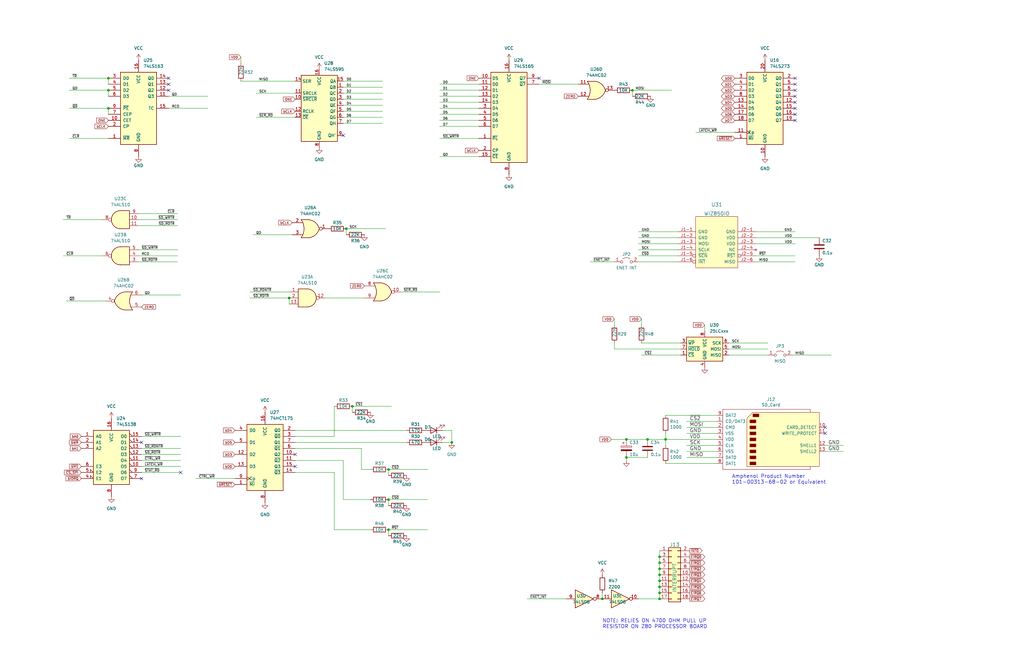
<source format=kicad_sch>
(kicad_sch (version 20211123) (generator eeschema)
  (paper "B")
  (junction (at 278.13 252.73))
  (junction (at 278.13 234.95))
  (junction (at 45.72 38.1))
  (junction (at 278.13 250.19))
  (junction (at 278.13 247.65))
  (junction (at 278.13 237.49))
  (junction (at 278.13 242.57))
  (junction (at 273.05 185.42))
  (junction (at 45.72 33.02))
  (junction (at 146.05 96.52))
  (junction (at 121.92 125.73))
  (junction (at 266.7 38.1))
  (junction (at 45.72 45.72))
  (junction (at 278.13 245.11))
  (junction (at 280.67 185.42))
  (junction (at 264.16 185.42))
  (junction (at 264.16 193.04))
  (junction (at 163.83 223.52))
  (junction (at 163.83 210.82))
  (junction (at 148.59 171.45))
  (junction (at 254 252.73))
  (junction (at 190.5 186.69))
  (junction (at 163.83 198.12))
  (junction (at 278.13 240.03))
  (no_connect (at 144.78 57.15))
  (no_connect (at 59.69 186.69))
  (no_connect (at 335.28 50.8))
  (no_connect (at 76.2 199.39))
  (no_connect (at 71.12 38.1))
  (no_connect (at 335.28 43.18))
  (no_connect (at 335.28 38.1))
  (no_connect (at 227.33 33.02))
  (no_connect (at 71.12 33.02))
  (no_connect (at 347.98 182.88))
  (no_connect (at 335.28 33.02))
  (no_connect (at 335.28 48.26))
  (no_connect (at 124.46 191.77))
  (no_connect (at 335.28 35.56))
  (no_connect (at 347.98 180.34))
  (no_connect (at 335.28 45.72))
  (no_connect (at 59.69 201.93))
  (no_connect (at 71.12 35.56))
  (no_connect (at 124.46 196.85))
  (no_connect (at 335.28 40.64))
  (wire (pts (xy 302.26 187.96) (xy 289.56 187.96)))
  (wire (pts (xy 280.67 175.26) (xy 302.26 175.26)))
  (wire (pts (xy 59.69 199.39) (xy 76.2 199.39)))
  (wire (pts (xy 163.83 223.52) (xy 163.83 226.06)))
  (wire (pts (xy 144.78 41.91) (xy 161.29 41.91)))
  (wire (pts (xy 302.26 190.5) (xy 289.56 190.5)))
  (wire (pts (xy 58.42 107.95) (xy 74.93 107.95)))
  (wire (pts (xy 269.24 107.95) (xy 285.75 107.95)))
  (wire (pts (xy 124.46 199.39) (xy 140.97 199.39)))
  (wire (pts (xy 335.28 102.87) (xy 318.77 102.87)))
  (wire (pts (xy 71.12 45.72) (xy 87.63 45.72)))
  (wire (pts (xy 71.12 40.64) (xy 87.63 40.64)))
  (wire (pts (xy 144.78 210.82) (xy 156.21 210.82)))
  (wire (pts (xy 254 250.19) (xy 254 252.73)))
  (wire (pts (xy 58.42 105.41) (xy 74.93 105.41)))
  (wire (pts (xy 101.6 24.13) (xy 101.6 26.67)))
  (wire (pts (xy 259.08 147.32) (xy 287.02 147.32)))
  (wire (pts (xy 185.42 35.56) (xy 201.93 35.56)))
  (wire (pts (xy 152.4 189.23) (xy 152.4 198.12)))
  (wire (pts (xy 273.05 185.42) (xy 280.67 185.42)))
  (wire (pts (xy 302.26 182.88) (xy 289.56 182.88)))
  (wire (pts (xy 146.05 96.52) (xy 162.56 96.52)))
  (wire (pts (xy 307.34 144.78) (xy 323.85 144.78)))
  (wire (pts (xy 335.28 97.79) (xy 318.77 97.79)))
  (wire (pts (xy 140.97 223.52) (xy 156.21 223.52)))
  (wire (pts (xy 163.83 198.12) (xy 163.83 200.66)))
  (wire (pts (xy 302.26 180.34) (xy 289.56 180.34)))
  (wire (pts (xy 163.83 210.82) (xy 163.83 213.36)))
  (wire (pts (xy 144.78 44.45) (xy 161.29 44.45)))
  (wire (pts (xy 59.69 184.15) (xy 76.2 184.15)))
  (wire (pts (xy 43.18 92.71) (xy 26.67 92.71)))
  (wire (pts (xy 186.69 186.69) (xy 190.5 186.69)))
  (wire (pts (xy 163.83 210.82) (xy 180.34 210.82)))
  (wire (pts (xy 144.78 39.37) (xy 161.29 39.37)))
  (wire (pts (xy 146.05 96.52) (xy 146.05 99.06)))
  (wire (pts (xy 144.78 36.83) (xy 161.29 36.83)))
  (wire (pts (xy 144.78 46.99) (xy 161.29 46.99)))
  (wire (pts (xy 266.7 38.1) (xy 266.7 40.64)))
  (wire (pts (xy 318.77 110.49) (xy 335.28 110.49)))
  (wire (pts (xy 293.37 55.88) (xy 309.88 55.88)))
  (wire (pts (xy 280.67 185.42) (xy 280.67 187.96)))
  (wire (pts (xy 280.67 195.58) (xy 302.26 195.58)))
  (wire (pts (xy 124.46 181.61) (xy 171.45 181.61)))
  (wire (pts (xy 59.69 124.46) (xy 76.2 124.46)))
  (wire (pts (xy 59.69 189.23) (xy 76.2 189.23)))
  (wire (pts (xy 270.51 134.62) (xy 270.51 137.16)))
  (wire (pts (xy 257.81 185.42) (xy 264.16 185.42)))
  (wire (pts (xy 26.67 107.95) (xy 43.18 107.95)))
  (wire (pts (xy 266.7 38.1) (xy 283.21 38.1)))
  (wire (pts (xy 124.46 186.69) (xy 171.45 186.69)))
  (wire (pts (xy 137.16 125.73) (xy 153.67 125.73)))
  (wire (pts (xy 105.41 123.19) (xy 121.92 123.19)))
  (wire (pts (xy 185.42 45.72) (xy 201.93 45.72)))
  (wire (pts (xy 318.77 100.33) (xy 345.44 100.33)))
  (wire (pts (xy 297.18 137.16) (xy 297.18 139.7)))
  (wire (pts (xy 74.93 92.71) (xy 58.42 92.71)))
  (wire (pts (xy 185.42 38.1) (xy 201.93 38.1)))
  (wire (pts (xy 144.78 49.53) (xy 161.29 49.53)))
  (wire (pts (xy 355.6 190.5) (xy 347.98 190.5)))
  (wire (pts (xy 59.69 194.31) (xy 76.2 194.31)))
  (wire (pts (xy 144.78 34.29) (xy 161.29 34.29)))
  (wire (pts (xy 278.13 242.57) (xy 278.13 240.03)))
  (wire (pts (xy 269.24 100.33) (xy 285.75 100.33)))
  (wire (pts (xy 45.72 33.02) (xy 45.72 35.56)))
  (wire (pts (xy 148.59 171.45) (xy 148.59 173.99)))
  (wire (pts (xy 168.91 123.19) (xy 185.42 123.19)))
  (wire (pts (xy 185.42 66.04) (xy 201.93 66.04)))
  (wire (pts (xy 355.6 187.96) (xy 347.98 187.96)))
  (wire (pts (xy 144.78 52.07) (xy 161.29 52.07)))
  (wire (pts (xy 259.08 144.78) (xy 259.08 147.32)))
  (wire (pts (xy 124.46 184.15) (xy 140.97 184.15)))
  (wire (pts (xy 280.67 185.42) (xy 280.67 182.88)))
  (wire (pts (xy 163.83 198.12) (xy 180.34 198.12)))
  (wire (pts (xy 59.69 191.77) (xy 76.2 191.77)))
  (wire (pts (xy 334.01 149.86) (xy 350.52 149.86)))
  (wire (pts (xy 278.13 252.73) (xy 278.13 250.19)))
  (wire (pts (xy 269.24 105.41) (xy 285.75 105.41)))
  (wire (pts (xy 318.77 107.95) (xy 335.28 107.95)))
  (wire (pts (xy 307.34 149.86) (xy 323.85 149.86)))
  (wire (pts (xy 29.21 45.72) (xy 45.72 45.72)))
  (wire (pts (xy 278.13 237.49) (xy 278.13 234.95)))
  (wire (pts (xy 278.13 245.11) (xy 278.13 242.57)))
  (wire (pts (xy 148.59 171.45) (xy 165.1 171.45)))
  (wire (pts (xy 185.42 53.34) (xy 201.93 53.34)))
  (wire (pts (xy 269.24 97.79) (xy 285.75 97.79)))
  (wire (pts (xy 302.26 193.04) (xy 289.56 193.04)))
  (wire (pts (xy 185.42 43.18) (xy 201.93 43.18)))
  (wire (pts (xy 29.21 33.02) (xy 45.72 33.02)))
  (wire (pts (xy 27.94 127) (xy 44.45 127)))
  (wire (pts (xy 269.24 102.87) (xy 285.75 102.87)))
  (wire (pts (xy 264.16 185.42) (xy 273.05 185.42)))
  (wire (pts (xy 74.93 95.25) (xy 58.42 95.25)))
  (wire (pts (xy 45.72 45.72) (xy 45.72 48.26)))
  (wire (pts (xy 121.92 125.73) (xy 121.92 128.27)))
  (wire (pts (xy 307.34 147.32) (xy 323.85 147.32)))
  (wire (pts (xy 302.26 177.8) (xy 289.56 177.8)))
  (wire (pts (xy 59.69 196.85) (xy 76.2 196.85)))
  (wire (pts (xy 124.46 189.23) (xy 152.4 189.23)))
  (wire (pts (xy 45.72 38.1) (xy 45.72 40.64)))
  (wire (pts (xy 58.42 110.49) (xy 74.93 110.49)))
  (wire (pts (xy 101.6 34.29) (xy 124.46 34.29)))
  (wire (pts (xy 163.83 223.52) (xy 180.34 223.52)))
  (wire (pts (xy 144.78 194.31) (xy 144.78 210.82)))
  (wire (pts (xy 270.51 149.86) (xy 287.02 149.86)))
  (wire (pts (xy 107.95 39.37) (xy 124.46 39.37)))
  (wire (pts (xy 259.08 134.62) (xy 259.08 137.16)))
  (wire (pts (xy 152.4 198.12) (xy 156.21 198.12)))
  (wire (pts (xy 185.42 58.42) (xy 201.93 58.42)))
  (wire (pts (xy 269.24 110.49) (xy 285.75 110.49)))
  (wire (pts (xy 82.55 201.93) (xy 99.06 201.93)))
  (wire (pts (xy 270.51 144.78) (xy 287.02 144.78)))
  (wire (pts (xy 278.13 247.65) (xy 278.13 245.11)))
  (wire (pts (xy 107.95 49.53) (xy 124.46 49.53)))
  (wire (pts (xy 185.42 40.64) (xy 201.93 40.64)))
  (wire (pts (xy 278.13 234.95) (xy 278.13 232.41)))
  (wire (pts (xy 269.24 252.73) (xy 278.13 252.73)))
  (wire (pts (xy 190.5 181.61) (xy 190.5 186.69)))
  (wire (pts (xy 74.93 90.17) (xy 58.42 90.17)))
  (wire (pts (xy 140.97 171.45) (xy 140.97 184.15)))
  (wire (pts (xy 278.13 240.03) (xy 278.13 237.49)))
  (wire (pts (xy 186.69 181.61) (xy 190.5 181.61)))
  (wire (pts (xy 29.21 58.42) (xy 45.72 58.42)))
  (wire (pts (xy 185.42 50.8) (xy 201.93 50.8)))
  (wire (pts (xy 264.16 193.04) (xy 273.05 193.04)))
  (wire (pts (xy 140.97 199.39) (xy 140.97 223.52)))
  (wire (pts (xy 248.92 110.49) (xy 259.08 110.49)))
  (wire (pts (xy 227.33 35.56) (xy 243.84 35.56)))
  (wire (pts (xy 29.21 38.1) (xy 45.72 38.1)))
  (wire (pts (xy 278.13 250.19) (xy 278.13 247.65)))
  (wire (pts (xy 124.46 194.31) (xy 144.78 194.31)))
  (wire (pts (xy 222.25 252.73) (xy 238.76 252.73)))
  (wire (pts (xy 264.16 194.31) (xy 264.16 193.04)))
  (wire (pts (xy 105.41 125.73) (xy 121.92 125.73)))
  (wire (pts (xy 185.42 48.26) (xy 201.93 48.26)))
  (wire (pts (xy 106.68 99.06) (xy 123.19 99.06)))
  (wire (pts (xy 302.26 185.42) (xy 280.67 185.42)))
  (text "Amphenol Product Number \n101-00313-68-02 or Equivalent" (at 308.61 204.47 0) (effects (font (size 1.524 1.524)) (justify left bottom)))
  (text "NOTE: RELIES ON 4700 OHM PULL UP\nRESISTOR ON Z80 PROCESSOR BOARD" (at 254 265.43 0) (effects (font (size 1.524 1.524)) (justify left bottom)))
  (label "~{STAT_RD}" (at 60.96 199.39 0) (effects (font (size 1.016 1.016))))
  (label "D1" (at 146.05 36.83 0) (effects (font (size 1.016 1.016))))
  (label "SCK" (at 290.83 187.96 0) (effects (font (size 1.524 1.524))))
  (label "D7" (at 146.05 52.07 0) (effects (font (size 1.016 1.016))))
  (label "~{QD}" (at 29.21 127 0) (effects (font (size 1.016 1.016))))
  (label "RCO" (at 59.69 107.95 0) (effects (font (size 1.016 1.016))))
  (label "MISO" (at 109.22 34.29 0) (effects (font (size 1.016 1.016))))
  (label "~{SD_RDNTR}" (at 60.96 189.23 0) (effects (font (size 1.016 1.016))))
  (label "VDD" (at 334.01 102.87 180) (effects (font (size 1.016 1.016))))
  (label "~{RST}" (at 165.1 223.52 0) (effects (font (size 1.016 1.016))))
  (label "GND" (at 349.25 190.5 0) (effects (font (size 1.524 1.524))))
  (label "MOSI" (at 267.97 38.1 0) (effects (font (size 1.016 1.016))))
  (label "SCK" (at 147.32 96.52 0) (effects (font (size 1.016 1.016))))
  (label "SCK" (at 109.22 39.37 0) (effects (font (size 1.016 1.016))))
  (label "GND" (at 334.01 97.79 180) (effects (font (size 1.016 1.016))))
  (label "~{CS1}" (at 271.78 149.86 0) (effects (font (size 1.016 1.016))))
  (label "D4" (at 186.69 45.72 0) (effects (font (size 1.016 1.016))))
  (label "~{CS0}" (at 165.1 210.82 0) (effects (font (size 1.016 1.016))))
  (label "D3" (at 186.69 43.18 0) (effects (font (size 1.016 1.016))))
  (label "MOSI" (at 308.61 147.32 0) (effects (font (size 1.016 1.016))))
  (label "~{SD_WRTR}" (at 73.66 92.71 180) (effects (font (size 1.016 1.016))))
  (label "~{CS2}" (at 165.1 198.12 0) (effects (font (size 1.016 1.016))))
  (label "D2" (at 186.69 40.64 0) (effects (font (size 1.016 1.016))))
  (label "~{ENET_INT}" (at 250.19 110.49 0) (effects (font (size 1.016 1.016))))
  (label "QD" (at 186.69 66.04 0) (effects (font (size 1.016 1.016))))
  (label "~{MOSI}" (at 228.6 35.56 0) (effects (font (size 1.016 1.016))))
  (label "SCK" (at 270.51 105.41 0) (effects (font (size 1.016 1.016))))
  (label "GND" (at 270.51 97.79 0) (effects (font (size 1.016 1.016))))
  (label "QD" (at 72.39 40.64 0) (effects (font (size 1.016 1.016))))
  (label "~{SD_WRTR}" (at 59.69 105.41 0) (effects (font (size 1.016 1.016))))
  (label "D6" (at 186.69 50.8 0) (effects (font (size 1.016 1.016))))
  (label "~{SD_RDTR}" (at 60.96 191.77 0) (effects (font (size 1.016 1.016))))
  (label "D0" (at 186.69 35.56 0) (effects (font (size 1.016 1.016))))
  (label "~{SD_WRTR}" (at 186.69 58.42 0) (effects (font (size 1.016 1.016))))
  (label "D4" (at 146.05 44.45 0) (effects (font (size 1.016 1.016))))
  (label "GND" (at 290.83 190.5 0) (effects (font (size 1.524 1.524))))
  (label "~{TR}" (at 30.48 33.02 0) (effects (font (size 1.016 1.016))))
  (label "QD" (at 30.48 38.1 0) (effects (font (size 1.016 1.016))))
  (label "~{CLR}" (at 73.66 90.17 180) (effects (font (size 1.016 1.016))))
  (label "~{ENET_INT}" (at 223.52 252.73 0) (effects (font (size 1.016 1.016))))
  (label "~{SD_RDTR}" (at 59.69 110.49 0) (effects (font (size 1.016 1.016))))
  (label "MOSI" (at 290.83 180.34 0) (effects (font (size 1.524 1.524))))
  (label "D1" (at 186.69 38.1 0) (effects (font (size 1.016 1.016))))
  (label "MISO" (at 320.04 110.49 0) (effects (font (size 1.016 1.016))))
  (label "QD" (at 60.96 124.46 0) (effects (font (size 1.016 1.016))))
  (label "D6" (at 146.05 49.53 0) (effects (font (size 1.016 1.016))))
  (label "SCK" (at 308.61 144.78 0) (effects (font (size 1.016 1.016))))
  (label "~{CS0}" (at 270.51 107.95 0) (effects (font (size 1.016 1.016))))
  (label "~{RST}" (at 320.04 107.95 0) (effects (font (size 1.016 1.016))))
  (label "~{SD_RDTR}" (at 106.68 125.73 0) (effects (font (size 1.016 1.016))))
  (label "VDD" (at 290.83 185.42 0) (effects (font (size 1.524 1.524))))
  (label "GND" (at 290.83 182.88 0) (effects (font (size 1.524 1.524))))
  (label "D0" (at 146.05 34.29 0) (effects (font (size 1.016 1.016))))
  (label "~{SER_RD}" (at 170.18 123.19 0) (effects (font (size 1.016 1.016))))
  (label "D7" (at 186.69 53.34 0) (effects (font (size 1.016 1.016))))
  (label "~{SER_RD}" (at 109.22 49.53 0) (effects (font (size 1.016 1.016))))
  (label "~{CLR}" (at 30.48 58.42 0) (effects (font (size 1.016 1.016))))
  (label "~{LATCH_WR}" (at 294.64 55.88 0) (effects (font (size 1.016 1.016))))
  (label "~{SD_WRTR}" (at 60.96 184.15 0) (effects (font (size 1.016 1.016))))
  (label "D5" (at 146.05 46.99 0) (effects (font (size 1.016 1.016))))
  (label "D5" (at 186.69 48.26 0) (effects (font (size 1.016 1.016))))
  (label "VDD" (at 334.01 100.33 180) (effects (font (size 1.016 1.016))))
  (label "~{LATCH_WR}" (at 60.96 196.85 0) (effects (font (size 1.016 1.016))))
  (label "~{CLR}" (at 27.94 107.95 0) (effects (font (size 1.016 1.016))))
  (label "~{CTRL_WR}" (at 60.96 194.31 0) (effects (font (size 1.016 1.016))))
  (label "RCO" (at 72.39 45.72 0) (effects (font (size 1.016 1.016))))
  (label "~{SD_RDNTR}" (at 106.68 123.19 0) (effects (font (size 1.016 1.016))))
  (label "MOSI" (at 270.51 102.87 0) (effects (font (size 1.016 1.016))))
  (label "~{QD}" (at 30.48 45.72 0) (effects (font (size 1.016 1.016))))
  (label "~{TR}" (at 27.94 92.71 0) (effects (font (size 1.016 1.016))))
  (label "GND" (at 349.25 187.96 0) (effects (font (size 1.524 1.524))))
  (label "~{CS1}" (at 149.86 171.45 0) (effects (font (size 1.016 1.016))))
  (label "QD" (at 107.95 99.06 0) (effects (font (size 1.016 1.016))))
  (label "D2" (at 146.05 39.37 0) (effects (font (size 1.016 1.016))))
  (label "GND" (at 270.51 100.33 0) (effects (font (size 1.016 1.016))))
  (label "~{CTRL_WR}" (at 83.82 201.93 0) (effects (font (size 1.016 1.016))))
  (label "~{SD_RDTR}" (at 73.66 95.25 180) (effects (font (size 1.016 1.016))))
  (label "MISO" (at 335.28 149.86 0) (effects (font (size 1.016 1.016))))
  (label "~{CS2}" (at 290.83 177.8 0) (effects (font (size 1.524 1.524))))
  (label "D3" (at 146.05 41.91 0) (effects (font (size 1.016 1.016))))
  (label "MISO" (at 290.83 193.04 0) (effects (font (size 1.524 1.524))))
  (global_label "~{CS_SPI}" (shape input) (at 34.29 199.39 180) (effects (font (size 1.016 1.016))) (property "Intersheet References" "${INTERSHEET_REFS}" (effects hide)))
  (global_label "bD2" (shape bidirectional) (at 309.88 38.1 180) (effects (font (size 1.016 1.016))) (property "Intersheet References" "${INTERSHEET_REFS}" (effects hide)))
  (global_label "bD1" (shape bidirectional) (at 309.88 35.56 180) (effects (font (size 1.016 1.016))) (property "Intersheet References" "${INTERSHEET_REFS}" (effects hide)))
  (global_label "~{EIRQ1}" (shape output) (at 290.83 237.49 0) (effects (font (size 1.016 1.016))) (property "Intersheet References" "${INTERSHEET_REFS}" (effects hide)))
  (global_label "~{EIRQ3}" (shape output) (at 290.83 242.57 0) (effects (font (size 1.016 1.016))) (property "Intersheet References" "${INTERSHEET_REFS}" (effects hide)))
  (global_label "VDD" (shape input) (at 297.18 137.16 180) (effects (font (size 1.016 1.016))) (property "Intersheet References" "${INTERSHEET_REFS}" (effects hide)))
  (global_label "~{EIRQ5}" (shape output) (at 290.83 247.65 0) (effects (font (size 1.016 1.016))) (property "Intersheet References" "${INTERSHEET_REFS}" (effects hide)))
  (global_label "~{bIORQ}" (shape input) (at 34.29 201.93 180) (effects (font (size 1.016 1.016))) (property "Intersheet References" "${INTERSHEET_REFS}" (effects hide)))
  (global_label "ONE" (shape input) (at 124.46 41.91 180) (effects (font (size 1.016 1.016))) (property "Intersheet References" "${INTERSHEET_REFS}" (effects hide)))
  (global_label "bD4" (shape bidirectional) (at 309.88 43.18 180) (effects (font (size 1.016 1.016))) (property "Intersheet References" "${INTERSHEET_REFS}" (effects hide)))
  (global_label "VDD" (shape input) (at 101.6 24.13 180) (effects (font (size 1.016 1.016))) (property "Intersheet References" "${INTERSHEET_REFS}" (effects hide)))
  (global_label "bD5" (shape input) (at 99.06 186.69 180) (effects (font (size 1.016 1.016))) (property "Intersheet References" "${INTERSHEET_REFS}" (effects hide)))
  (global_label "~{EIRQ4}" (shape output) (at 290.83 245.11 0) (effects (font (size 1.016 1.016))) (property "Intersheet References" "${INTERSHEET_REFS}" (effects hide)))
  (global_label "bD0" (shape bidirectional) (at 309.88 33.02 180) (effects (font (size 1.016 1.016))) (property "Intersheet References" "${INTERSHEET_REFS}" (effects hide)))
  (global_label "~{bM1}" (shape input) (at 34.29 196.85 180) (effects (font (size 1.016 1.016))) (property "Intersheet References" "${INTERSHEET_REFS}" (effects hide)))
  (global_label "~{EIRQ7}" (shape output) (at 290.83 252.73 0) (effects (font (size 1.016 1.016))) (property "Intersheet References" "${INTERSHEET_REFS}" (effects hide)))
  (global_label "~{EIRQ0}" (shape output) (at 290.83 234.95 0) (effects (font (size 1.016 1.016))) (property "Intersheet References" "${INTERSHEET_REFS}" (effects hide)))
  (global_label "~{bRESET}" (shape input) (at 99.06 204.47 180) (effects (font (size 1.016 1.016))) (property "Intersheet References" "${INTERSHEET_REFS}" (effects hide)))
  (global_label "~{INT0}" (shape output) (at 290.83 232.41 0) (effects (font (size 1.016 1.016))) (property "Intersheet References" "${INTERSHEET_REFS}" (effects hide)))
  (global_label "~{EIRQ6}" (shape output) (at 290.83 250.19 0) (effects (font (size 1.016 1.016))) (property "Intersheet References" "${INTERSHEET_REFS}" (effects hide)))
  (global_label "bD3" (shape bidirectional) (at 309.88 40.64 180) (effects (font (size 1.016 1.016))) (property "Intersheet References" "${INTERSHEET_REFS}" (effects hide)))
  (global_label "VDD" (shape input) (at 270.51 134.62 180) (effects (font (size 1.016 1.016))) (property "Intersheet References" "${INTERSHEET_REFS}" (effects hide)))
  (global_label "~{bWR}" (shape input) (at 34.29 186.69 180) (effects (font (size 1.016 1.016))) (property "Intersheet References" "${INTERSHEET_REFS}" (effects hide)))
  (global_label "ZERO" (shape input) (at 59.69 129.54 0) (effects (font (size 1.016 1.016))) (property "Intersheet References" "${INTERSHEET_REFS}" (effects hide)))
  (global_label "bCLK" (shape input) (at 123.19 93.98 180) (effects (font (size 1.016 1.016))) (property "Intersheet References" "${INTERSHEET_REFS}" (effects hide)))
  (global_label "ONE" (shape input) (at 45.72 50.8 180) (effects (font (size 1.016 1.016))) (property "Intersheet References" "${INTERSHEET_REFS}" (effects hide)))
  (global_label "ZERO" (shape input) (at 243.84 40.64 180) (effects (font (size 1.016 1.016))) (property "Intersheet References" "${INTERSHEET_REFS}" (effects hide)))
  (global_label "ONE" (shape input) (at 201.93 33.02 180) (effects (font (size 1.016 1.016))) (property "Intersheet References" "${INTERSHEET_REFS}" (effects hide)))
  (global_label "bCLK" (shape input) (at 124.46 46.99 180) (effects (font (size 1.016 1.016))) (property "Intersheet References" "${INTERSHEET_REFS}" (effects hide)))
  (global_label "bD3" (shape input) (at 99.06 191.77 180) (effects (font (size 1.016 1.016))) (property "Intersheet References" "${INTERSHEET_REFS}" (effects hide)))
  (global_label "ZERO" (shape input) (at 153.67 120.65 180) (effects (font (size 1.016 1.016))) (property "Intersheet References" "${INTERSHEET_REFS}" (effects hide)))
  (global_label "~{EIRQ2}" (shape output) (at 290.83 240.03 0) (effects (font (size 1.016 1.016))) (property "Intersheet References" "${INTERSHEET_REFS}" (effects hide)))
  (global_label "bD7" (shape bidirectional) (at 309.88 50.8 180) (effects (font (size 1.016 1.016))) (property "Intersheet References" "${INTERSHEET_REFS}" (effects hide)))
  (global_label "bCLK" (shape input) (at 201.93 63.5 180) (effects (font (size 1.016 1.016))) (property "Intersheet References" "${INTERSHEET_REFS}" (effects hide)))
  (global_label "bD5" (shape bidirectional) (at 309.88 45.72 180) (effects (font (size 1.016 1.016))) (property "Intersheet References" "${INTERSHEET_REFS}" (effects hide)))
  (global_label "VDD" (shape input) (at 257.81 185.42 180) (effects (font (size 1.016 1.016))) (property "Intersheet References" "${INTERSHEET_REFS}" (effects hide)))
  (global_label "VDD" (shape input) (at 259.08 134.62 180) (effects (font (size 1.016 1.016))) (property "Intersheet References" "${INTERSHEET_REFS}" (effects hide)))
  (global_label "bA1" (shape input) (at 34.29 189.23 180) (effects (font (size 1.016 1.016))) (property "Intersheet References" "${INTERSHEET_REFS}" (effects hide)))
  (global_label "bD0" (shape input) (at 99.06 196.85 180) (effects (font (size 1.016 1.016))) (property "Intersheet References" "${INTERSHEET_REFS}" (effects hide)))
  (global_label "~{bRESET}" (shape input) (at 309.88 58.42 180) (effects (font (size 1.016 1.016))) (property "Intersheet References" "${INTERSHEET_REFS}" (effects hide)))
  (global_label "bA0" (shape input) (at 34.29 184.15 180) (effects (font (size 1.016 1.016))) (property "Intersheet References" "${INTERSHEET_REFS}" (effects hide)))
  (global_label "bD6" (shape bidirectional) (at 309.88 48.26 180) (effects (font (size 1.016 1.016))) (property "Intersheet References" "${INTERSHEET_REFS}" (effects hide)))
  (global_label "bD4" (shape input) (at 99.06 181.61 180) (effects (font (size 1.016 1.016))) (property "Intersheet References" "${INTERSHEET_REFS}" (effects hide)))
  (global_label "bCLK" (shape input) (at 45.72 53.34 180) (effects (font (size 1.016 1.016))) (property "Intersheet References" "${INTERSHEET_REFS}" (effects hide)))
  (symbol (lib_id "74xx:74LS163") (at 58.42 45.72 0) (unit 1)
    (property "Reference" "U25" (at 60.4394 25.4 0) (effects (justify left)))
    (property "Value" "74LS163" (at 60.4394 27.94 0) (effects (justify left)))
    (property "Footprint" "Package_DIP:DIP-16_W7.62mm" (effects hide))
    (property "Datasheet" "http://www.ti.com/lit/gpn/sn74LS163" (effects hide))
  )
  (symbol (lib_id "power:GND") (at 264.16 194.31 0) (unit 1)
    (property "Reference" "#PWR081" (effects hide))
    (property "Value" "GND" (effects hide))
  )
  (symbol (lib_id "power:GND") (at 190.5 186.69 0) (unit 1)
    (property "Reference" "#PWR068" (effects hide))
    (property "Value" "GND" (at 190.5 191.77 0))
  )
  (symbol (lib_id "Device:R") (at 254 246.38 0) (unit 1)
    (property "Reference" "R47" (at 256.54 245.1099 0) (effects (justify left)))
    (property "Value" "2200" (at 256.54 247.6499 0) (effects (justify left)))
    (property "Footprint" "Resistor_THT:R_Axial_DIN0207_L6.3mm_D2.5mm_P7.62mm_Horizontal" (effects hide))
  )
  (symbol (lib_id "Device:LED") (at 182.88 181.61 180) (unit 1)
    (property "Reference" "D7" (at 180.34 180.34 0))
    (property "Value" "LED" (at 184.15 184.15 0))
    (property "Footprint" "LED_THT:LED_D3.0mm" (effects hide))
  )
  (symbol (lib_id "Device:R") (at 175.26 181.61 90) (unit 1)
    (property "Reference" "R31" (at 175.26 179.07 90))
    (property "Value" "470" (at 175.26 181.61 90))
    (property "Footprint" "Resistor_THT:R_Axial_DIN0207_L6.3mm_D2.5mm_P7.62mm_Horizontal" (effects hide))
  )
  (symbol (lib_id "74xx:74LS10") (at 50.8 92.71 0) (mirror y) (unit 3)
    (property "Reference" "U23" (at 50.8 83.82 0))
    (property "Value" "74ALS10" (at 50.8 86.36 0))
    (property "Footprint" "Package_DIP:DIP-14_W7.62mm" (effects hide))
    (property "Datasheet" "http://www.ti.com/lit/gpn/sn74LS10" (effects hide))
  )
  (symbol (lib_id "Device:C_Polarized") (at 264.16 189.23 0) (unit 1)
    (property "Reference" "C33" (at 265.43 186.69 0) (effects (justify left)))
    (property "Value" "10u" (at 265.43 191.77 0) (effects (justify left)))
    (property "Footprint" "Capacitor_THT:CP_Radial_D5.0mm_P2.50mm" (effects hide))
  )
  (symbol (lib_id "power:GND") (at 156.21 173.99 0) (unit 1)
    (property "Reference" "#PWR077" (effects hide))
    (property "Value" "GND" (at 156.21 177.8 0))
  )
  (symbol (lib_id "Device:R") (at 144.78 171.45 90) (unit 1)
    (property "Reference" "R33" (at 144.78 168.91 90))
    (property "Value" "10K" (at 144.78 171.45 90))
    (property "Footprint" "Resistor_THT:R_Axial_DIN0207_L6.3mm_D2.5mm_P7.62mm_Horizontal" (effects hide))
  )
  (symbol (lib_id "power:GND") (at 134.62 62.23 0) (unit 1)
    (property "Reference" "#PWR070" (effects hide))
    (property "Value" "GND" (at 134.62 67.31 0))
  )
  (symbol (lib_id "WIZ850IO:WIZ850IO") (at 302.26 109.22 0) (unit 1)
    (property "Reference" "U31" (at 302.26 86.36 0) (effects (font (size 1.524 1.524))))
    (property "Value" "WIZ850IO" (at 302.26 90.17 0) (effects (font (size 1.524 1.524))))
    (property "Footprint" "WIZ850IO:WIZ850IO" (effects hide))
  )
  (symbol (lib_id "74xx:74LS138") (at 46.99 191.77 0) (unit 1)
    (property "Reference" "U24" (at 49.0094 176.53 0) (effects (justify left)))
    (property "Value" "74LS138" (at 49.0094 179.07 0) (effects (justify left)))
    (property "Footprint" "Package_DIP:DIP-16_W7.62mm" (effects hide))
    (property "Datasheet" "http://www.ti.com/lit/gpn/sn74LS138" (effects hide))
  )
  (symbol (lib_id "74xx:74LS175") (at 111.76 191.77 0) (unit 1)
    (property "Reference" "U27" (at 113.7794 173.99 0) (effects (justify left)))
    (property "Value" "74HCT175" (at 113.7794 176.53 0) (effects (justify left)))
    (property "Footprint" "Package_DIP:DIP-16_W7.62mm" (effects hide))
    (property "Datasheet" "http://www.ti.com/lit/gpn/sn74LS175" (effects hide))
  )
  (symbol (lib_id "Device:C") (at 345.44 104.14 0) (unit 1)
    (property "Reference" "C32" (at 346.71 101.6 0) (effects (justify left)))
    (property "Value" "0.1u" (at 346.71 106.68 0) (effects (justify left)))
    (property "Footprint" "Capacitor_THT:C_Disc_D5.0mm_W2.5mm_P5.00mm" (effects hide))
  )
  (symbol (lib_id "power:GND") (at 111.76 212.09 0) (unit 1)
    (property "Reference" "#PWR067" (effects hide))
    (property "Value" "GND" (at 111.76 217.17 0))
  )
  (symbol (lib_id "power:VCC") (at 58.42 25.4 0) (unit 1)
    (property "Reference" "#PWR064" (effects hide))
    (property "Value" "VCC" (at 58.42 20.32 0))
  )
  (symbol (lib_id "power:GND") (at 274.32 40.64 0) (unit 1)
    (property "Reference" "#PWR083" (effects hide))
    (property "Value" "GND" (at 274.32 44.45 0))
  )
  (symbol (lib_id "power:GND") (at 153.67 99.06 0) (unit 1)
    (property "Reference" "#PWR078" (effects hide))
    (property "Value" "GND" (at 153.67 104.14 0))
  )
  (symbol (lib_id "74xx:74LS165") (at 214.63 48.26 0) (unit 1)
    (property "Reference" "U29" (at 216.6494 25.4 0) (effects (justify left)))
    (property "Value" "74LS165" (at 216.6494 27.94 0) (effects (justify left)))
    (property "Footprint" "Package_DIP:DIP-16_W7.62mm" (effects hide))
    (property "Datasheet" "https://www.ti.com/lit/ds/symlink/sn74ls165a.pdf" (effects hide))
  )
  (symbol (lib_id "Jumper:Jumper_2_Open") (at 264.16 110.49 0) (unit 1)
    (property "Reference" "JP2" (at 264.16 107.315 0))
    (property "Value" "ENET INT" (at 264.16 113.03 0))
    (property "Footprint" "Connector_PinHeader_2.54mm:PinHeader_1x02_P2.54mm_Vertical" (effects hide))
  )
  (symbol (lib_id "Device:R") (at 167.64 226.06 270) (unit 1)
    (property "Reference" "R45" (at 167.64 228.6 90))
    (property "Value" "22K" (at 167.64 226.06 90))
    (property "Footprint" "Resistor_THT:R_Axial_DIN0207_L6.3mm_D2.5mm_P7.62mm_Horizontal" (effects hide))
  )
  (symbol (lib_id "Device:R") (at 280.67 179.07 0) (unit 1)
    (property "Reference" "R41" (at 282.448 177.9016 0) (effects (justify left)))
    (property "Value" "1000" (at 282.448 180.213 0) (effects (justify left)))
    (property "Footprint" "Resistor_THT:R_Axial_DIN0207_L6.3mm_D2.5mm_P7.62mm_Horizontal" (effects hide))
  )
  (symbol (lib_id "power:GND") (at 58.42 66.04 0) (unit 1)
    (property "Reference" "#PWR065" (effects hide))
    (property "Value" "GND" (at 58.42 69.85 0))
  )
  (symbol (lib_id "Device:R") (at 152.4 173.99 90) (unit 1)
    (property "Reference" "R34" (at 152.4 176.53 90))
    (property "Value" "22K" (at 152.4 173.99 90))
    (property "Footprint" "Resistor_THT:R_Axial_DIN0207_L6.3mm_D2.5mm_P7.62mm_Horizontal" (effects hide))
  )
  (symbol (lib_id "Device:R") (at 142.24 96.52 90) (unit 1)
    (property "Reference" "R35" (at 142.24 93.98 90))
    (property "Value" "10K" (at 142.24 96.52 90))
    (property "Footprint" "Resistor_THT:R_Axial_DIN0207_L6.3mm_D2.5mm_P7.62mm_Horizontal" (effects hide))
  )
  (symbol (lib_id "Connector:SD_Card") (at 325.12 185.42 0) (unit 1)
    (property "Reference" "J12" (at 325.12 168.529 0))
    (property "Value" "SD_Card" (at 325.12 170.8404 0))
    (property "Footprint" "Amphenol SD Card:SD_Card_Receptacle" (effects hide))
    (property "Datasheet" "http://portal.fciconnect.com/Comergent//fci/drawing/10067847.pdf" (effects hide))
  )
  (symbol (lib_id "Device:R") (at 160.02 223.52 90) (unit 1)
    (property "Reference" "R46" (at 160.02 220.98 90))
    (property "Value" "10K" (at 160.02 223.52 90))
    (property "Footprint" "Resistor_THT:R_Axial_DIN0207_L6.3mm_D2.5mm_P7.62mm_Horizontal" (effects hide))
  )
  (symbol (lib_id "power:GND") (at 46.99 209.55 0) (unit 1)
    (property "Reference" "#PWR063" (effects hide))
    (property "Value" "GND" (at 46.99 214.63 0))
  )
  (symbol (lib_id "Device:R") (at 160.02 210.82 90) (unit 1)
    (property "Reference" "R38" (at 160.02 213.36 90))
    (property "Value" "10K" (at 160.02 210.82 90))
    (property "Footprint" "Resistor_THT:R_Axial_DIN0207_L6.3mm_D2.5mm_P7.62mm_Horizontal" (effects hide))
  )
  (symbol (lib_id "74xx:74HC02") (at 161.29 123.19 0) (unit 3)
    (property "Reference" "U26" (at 161.29 114.3 0))
    (property "Value" "74AHC02" (at 161.29 116.84 0))
    (property "Footprint" "Package_DIP:DIP-14_W7.62mm" (effects hide))
    (property "Datasheet" "http://www.ti.com/lit/gpn/sn74hc02" (effects hide))
  )
  (symbol (lib_id "power:VCC") (at 134.62 29.21 0) (unit 1)
    (property "Reference" "#PWR069" (effects hide))
    (property "Value" "VCC" (at 134.62 24.13 0))
  )
  (symbol (lib_id "Device:LED") (at 182.88 186.69 180) (unit 1)
    (property "Reference" "D6" (at 180.34 185.42 0))
    (property "Value" "LED" (at 184.15 189.23 0))
    (property "Footprint" "LED_THT:LED_D3.0mm" (effects hide))
  )
  (symbol (lib_id "74xx:74HC02") (at 130.81 96.52 0) (unit 1)
    (property "Reference" "U26" (at 130.81 87.63 0))
    (property "Value" "74AHC02" (at 130.81 90.17 0))
    (property "Footprint" "Package_DIP:DIP-14_W7.62mm" (effects hide))
    (property "Datasheet" "http://www.ti.com/lit/gpn/sn74hc02" (effects hide))
  )
  (symbol (lib_id "power:GND") (at 171.45 213.36 0) (unit 1)
    (property "Reference" "#PWR080" (effects hide))
    (property "Value" "GND" (at 171.45 217.17 0))
  )
  (symbol (lib_id "power:VCC") (at 322.58 25.4 0) (unit 1)
    (property "Reference" "#PWR0102" (effects hide))
    (property "Value" "VCC" (at 322.58 20.32 0))
  )
  (symbol (lib_id "Device:R") (at 175.26 186.69 90) (unit 1)
    (property "Reference" "R30" (at 175.26 184.15 90))
    (property "Value" "470" (at 175.26 186.69 90))
    (property "Footprint" "Resistor_THT:R_Axial_DIN0207_L6.3mm_D2.5mm_P7.62mm_Horizontal" (effects hide))
  )
  (symbol (lib_id "power:GND") (at 322.58 66.04 0) (unit 1)
    (property "Reference" "#PWR0103" (effects hide))
    (property "Value" "GND" (at 322.58 71.12 0))
  )
  (symbol (lib_id "74xx:74LS06") (at 246.38 252.73 0) (unit 4)
    (property "Reference" "U3" (at 245.11 251.46 0))
    (property "Value" "74LS06" (at 245.11 254 0))
    (property "Footprint" "Package_DIP:DIP-14_W7.62mm" (effects hide))
    (property "Datasheet" "http://www.ti.com/lit/gpn/sn74LS06" (effects hide))
  )
  (symbol (lib_id "Device:R") (at 101.6 30.48 0) (unit 1)
    (property "Reference" "R32" (at 102.87 30.48 0) (effects (justify left)))
    (property "Value" "22K" (at 101.6 31.75 90) (effects (justify left)))
    (property "Footprint" "Resistor_THT:R_Axial_DIN0207_L6.3mm_D2.5mm_P7.62mm_Horizontal" (effects hide))
  )
  (symbol (lib_id "power:GND") (at 171.45 226.06 0) (unit 1)
    (property "Reference" "#PWR084" (effects hide))
    (property "Value" "GND" (at 171.45 229.87 0))
  )
  (symbol (lib_id "Jumper:Jumper_2_Open") (at 328.93 149.86 0) (unit 1)
    (property "Reference" "JP3" (at 328.93 146.05 0))
    (property "Value" "MISO" (at 328.93 152.4 0))
    (property "Footprint" "Connector_PinHeader_2.54mm:PinHeader_1x02_P2.54mm_Vertical" (effects hide))
  )
  (symbol (lib_id "Device:R") (at 270.51 140.97 0) (unit 1)
    (property "Reference" "R48" (at 271.78 140.97 0) (effects (justify left)))
    (property "Value" "22K" (at 270.51 142.24 90) (effects (justify left)))
    (property "Footprint" "Resistor_THT:R_Axial_DIN0207_L6.3mm_D2.5mm_P7.62mm_Horizontal" (effects hide))
  )
  (symbol (lib_id "74xx:74LS10") (at 50.8 107.95 180) (unit 2)
    (property "Reference" "U23" (at 50.8 99.06 0))
    (property "Value" "74ALS10" (at 50.8 101.6 0))
    (property "Footprint" "Package_DIP:DIP-14_W7.62mm" (effects hide))
    (property "Datasheet" "http://www.ti.com/lit/gpn/sn74LS10" (effects hide))
  )
  (symbol (lib_id "power:VCC") (at 254 242.57 0) (unit 1)
    (property "Reference" "#PWR0101" (effects hide))
    (property "Value" "VCC" (at 254 237.49 0))
  )
  (symbol (lib_id "power:VCC") (at 214.63 25.4 0) (unit 1)
    (property "Reference" "#PWR071" (effects hide))
    (property "Value" "VCC" (at 214.63 20.32 0))
  )
  (symbol (lib_id "Device:R") (at 167.64 200.66 270) (unit 1)
    (property "Reference" "R39" (at 167.64 203.2 90))
    (property "Value" "22K" (at 167.64 200.66 90))
    (property "Footprint" "Resistor_THT:R_Axial_DIN0207_L6.3mm_D2.5mm_P7.62mm_Horizontal" (effects hide))
  )
  (symbol (lib_id "74xx:74LS10") (at 129.54 125.73 0) (unit 1)
    (property "Reference" "U23" (at 129.54 116.84 0))
    (property "Value" "74ALS10" (at 129.54 119.38 0))
    (property "Footprint" "Package_DIP:DIP-14_W7.62mm" (effects hide))
    (property "Datasheet" "http://www.ti.com/lit/gpn/sn74LS10" (effects hide))
  )
  (symbol (lib_id "Device:R") (at 149.86 99.06 270) (unit 1)
    (property "Reference" "R36" (at 149.86 101.6 90))
    (property "Value" "22K" (at 149.86 99.06 90))
    (property "Footprint" "Resistor_THT:R_Axial_DIN0207_L6.3mm_D2.5mm_P7.62mm_Horizontal" (effects hide))
  )
  (symbol (lib_id "Device:C") (at 273.05 189.23 0) (unit 1)
    (property "Reference" "C34" (at 274.32 186.69 0) (effects (justify left)))
    (property "Value" "0.1u" (at 274.32 191.77 0) (effects (justify left)))
    (property "Footprint" "Capacitor_THT:C_Disc_D5.0mm_W2.5mm_P5.00mm" (effects hide))
  )
  (symbol (lib_id "power:GND") (at 171.45 200.66 0) (unit 1)
    (property "Reference" "#PWR079" (effects hide))
    (property "Value" "GND" (at 171.45 204.47 0))
  )
  (symbol (lib_id "Memory_EEPROM:25LCxxx") (at 297.18 147.32 0) (unit 1)
    (property "Reference" "U30" (at 299.1994 137.16 0) (effects (justify left)))
    (property "Value" "25LCxxx" (at 299.1994 139.7 0) (effects (justify left)))
    (property "Footprint" "Package_DIP:DIP-8_W7.62mm" (effects hide))
    (property "Datasheet" "http://ww1.microchip.com/downloads/en/DeviceDoc/21832H.pdf" (effects hide))
  )
  (symbol (lib_id "Device:R") (at 167.64 213.36 270) (unit 1)
    (property "Reference" "R40" (at 167.64 215.9 90))
    (property "Value" "22K" (at 167.64 213.36 90))
    (property "Footprint" "Resistor_THT:R_Axial_DIN0207_L6.3mm_D2.5mm_P7.62mm_Horizontal" (effects hide))
  )
  (symbol (lib_id "power:VCC") (at 46.99 176.53 0) (unit 1)
    (property "Reference" "#PWR062" (effects hide))
    (property "Value" "VCC" (at 46.99 171.45 0))
  )
  (symbol (lib_id "Device:R") (at 259.08 140.97 0) (unit 1)
    (property "Reference" "R29" (at 260.35 140.97 0) (effects (justify left)))
    (property "Value" "22K" (at 259.08 142.24 90) (effects (justify left)))
    (property "Footprint" "Resistor_THT:R_Axial_DIN0207_L6.3mm_D2.5mm_P7.62mm_Horizontal" (effects hide))
  )
  (symbol (lib_id "power:VCC") (at 111.76 173.99 0) (unit 1)
    (property "Reference" "#PWR066" (effects hide))
    (property "Value" "VCC" (at 111.76 168.91 0))
  )
  (symbol (lib_id "74xx:74HC02") (at 52.07 127 180) (unit 2)
    (property "Reference" "U26" (at 52.07 118.11 0))
    (property "Value" "74AHC02" (at 52.07 120.65 0))
    (property "Footprint" "Package_DIP:DIP-14_W7.62mm" (effects hide))
    (property "Datasheet" "http://www.ti.com/lit/gpn/sn74hc02" (effects hide))
  )
  (symbol (lib_id "74xx:74LS06") (at 261.62 252.73 0) (unit 5)
    (property "Reference" "U3" (at 260.35 251.46 0))
    (property "Value" "74LS06" (at 260.35 254 0))
    (property "Footprint" "Package_DIP:DIP-14_W7.62mm" (effects hide))
    (property "Datasheet" "http://www.ti.com/lit/gpn/sn74LS06" (effects hide))
  )
  (symbol (lib_id "power:GND") (at 345.44 107.95 0) (unit 1)
    (property "Reference" "#PWR044" (effects hide))
    (property "Value" "GND" (at 345.44 111.76 0))
  )
  (symbol (lib_id "74xx:74LS273") (at 322.58 45.72 0) (unit 1)
    (property "Reference" "U16" (at 324.5994 25.4 0) (effects (justify left)))
    (property "Value" "74LS273" (at 324.5994 27.94 0) (effects (justify left)))
    (property "Footprint" "Package_DIP:DIP-20_W7.62mm" (effects hide))
    (property "Datasheet" "http://www.ti.com/lit/gpn/sn74LS273" (effects hide))
  )
  (symbol (lib_id "74xx:74HC02") (at 251.46 38.1 0) (unit 4)
    (property "Reference" "U26" (at 251.46 29.21 0))
    (property "Value" "74AHC02" (at 251.46 31.75 0))
    (property "Footprint" "Package_DIP:DIP-14_W7.62mm" (effects hide))
    (property "Datasheet" "http://www.ti.com/lit/gpn/sn74hc02" (effects hide))
  )
  (symbol (lib_id "74xx:74LS595") (at 134.62 44.45 0) (unit 1)
    (property "Reference" "U28" (at 136.6394 26.67 0) (effects (justify left)))
    (property "Value" "74LS595" (at 136.6394 29.21 0) (effects (justify left)))
    (property "Footprint" "Package_DIP:DIP-16_W7.62mm" (effects hide))
    (property "Datasheet" "http://www.ti.com/lit/gpn/sn74ls595" (effects hide))
  )
  (symbol (lib_id "power:GND") (at 297.18 154.94 0) (unit 1)
    (property "Reference" "#PWR082" (effects hide))
    (property "Value" "GND" (effects hide))
  )
  (symbol (lib_id "Device:R") (at 270.51 40.64 270) (unit 1)
    (property "Reference" "R44" (at 271.78 43.18 90) (effects (justify right)))
    (property "Value" "22K" (at 271.78 40.64 90) (effects (justify right)))
    (property "Footprint" "Resistor_THT:R_Axial_DIN0207_L6.3mm_D2.5mm_P7.62mm_Horizontal" (effects hide))
  )
  (symbol (lib_id "Device:R") (at 160.02 198.12 90) (unit 1)
    (property "Reference" "R37" (at 160.02 195.58 90))
    (property "Value" "10K" (at 160.02 198.12 90))
    (property "Footprint" "Resistor_THT:R_Axial_DIN0207_L6.3mm_D2.5mm_P7.62mm_Horizontal" (effects hide))
  )
  (symbol (lib_id "Device:R") (at 280.67 191.77 0) (unit 1)
    (property "Reference" "R42" (at 282.448 190.6016 0) (effects (justify left)))
    (property "Value" "1000" (at 282.448 192.913 0) (effects (justify left)))
    (property "Footprint" "Resistor_THT:R_Axial_DIN0207_L6.3mm_D2.5mm_P7.62mm_Horizontal" (effects hide))
  )
  (symbol (lib_id "power:GND") (at 214.63 73.66 0) (unit 1)
    (property "Reference" "#PWR072" (effects hide))
    (property "Value" "GND" (at 214.63 78.74 0))
  )
  (symbol (lib_id "Device:R") (at 262.89 38.1 90) (unit 1)
    (property "Reference" "R43" (at 262.89 35.56 90))
    (property "Value" "10K" (at 262.89 38.1 90))
    (property "Footprint" "Resistor_THT:R_Axial_DIN0207_L6.3mm_D2.5mm_P7.62mm_Horizontal" (effects hide))
  )
  (symbol (lib_id "Connector_Generic:Conn_02x09_Odd_Even") (at 283.21 242.57 0) (unit 1)
    (property "Reference" "J13" (at 284.48 229.87 0) (effects (font (size 1.524 1.524))))
    (property "Value" "INTERRUPT" (at 284.48 243.84 90) (effects (font (size 1.524 1.524))))
    (property "Footprint" "Connector_PinHeader_2.54mm:PinHeader_2x09_P2.54mm_Vertical" (effects hide))
  )
)
</source>
